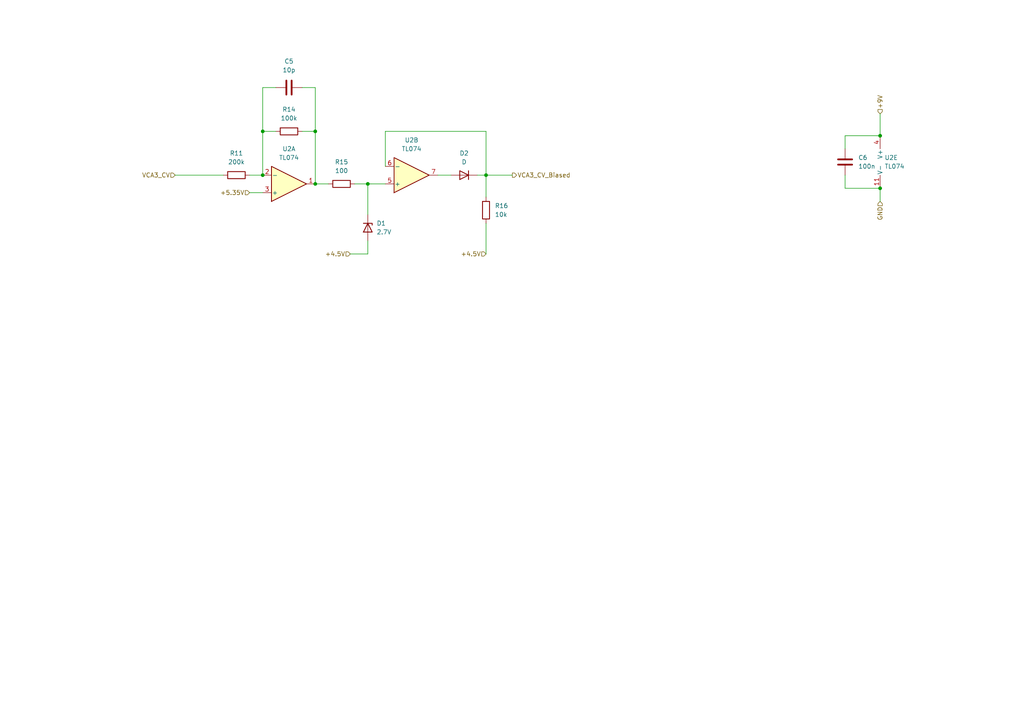
<source format=kicad_sch>
(kicad_sch (version 20211123) (generator eeschema)
  (paper "A4")
  (lib_symbols
    (symbol "Amplifier_Operational:TL074" (pin_names (offset 0.127))
      (property "Reference" "U" (at 0 5.08 0))
      (property "Value" "TL074" (at 0 -5.08 0))
      (symbol "TL074_1_1"
        (polyline (pts (xy -5.08 5.08) (xy 5.08 0) (xy -5.08 -5.08) (xy -5.08 5.08)) (stroke (width 0.254)) (fill (type background)))
        (pin output line (at 7.62 0 180) (length 2.54) (name "~") (number "1"))
        (pin input line (at -7.62 -2.54 0) (length 2.54) (name "-") (number "2"))
        (pin input line (at -7.62 2.54 0) (length 2.54) (name "+") (number "3"))
      )
      (symbol "TL074_2_1"
        (polyline (pts (xy -5.08 5.08) (xy 5.08 0) (xy -5.08 -5.08) (xy -5.08 5.08)) (stroke (width 0.254)) (fill (type background)))
        (pin input line (at -7.62 2.54 0) (length 2.54) (name "+") (number "5"))
        (pin input line (at -7.62 -2.54 0) (length 2.54) (name "-") (number "6"))
        (pin output line (at 7.62 0 180) (length 2.54) (name "~") (number "7"))
      )
      (symbol "TL074_3_1"
        (polyline (pts (xy -5.08 5.08) (xy 5.08 0) (xy -5.08 -5.08) (xy -5.08 5.08)) (stroke (width 0.254)) (fill (type background)))
        (pin input line (at -7.62 2.54 0) (length 2.54) (name "+") (number "10"))
        (pin output line (at 7.62 0 180) (length 2.54) (name "~") (number "8"))
        (pin input line (at -7.62 -2.54 0) (length 2.54) (name "-") (number "9"))
      )
      (symbol "TL074_4_1"
        (polyline (pts (xy -5.08 5.08) (xy 5.08 0) (xy -5.08 -5.08) (xy -5.08 5.08)) (stroke (width 0.254)) (fill (type background)))
        (pin input line (at -7.62 2.54 0) (length 2.54) (name "+") (number "12"))
        (pin input line (at -7.62 -2.54 0) (length 2.54) (name "-") (number "13"))
        (pin output line (at 7.62 0 180) (length 2.54) (name "~") (number "14"))
      )
      (symbol "TL074_5_1"
        (pin power_in line (at -2.54 -7.62 90) (length 3.81) (name "V-") (number "11"))
        (pin power_in line (at -2.54 7.62 270) (length 3.81) (name "V+") (number "4"))
      )
    )
    (symbol "Device:C" (pin_numbers hide) (pin_names (offset 0.254))
      (property "Reference" "C" (at 0.635 2.54 0))
      (property "Value" "C" (at 0.635 -2.54 0))
      (symbol "C_0_1"
        (polyline (pts (xy -2.032 -0.762) (xy 2.032 -0.762)) (stroke (width 0.508)))
        (polyline (pts (xy -2.032 0.762) (xy 2.032 0.762)) (stroke (width 0.508)))
      )
      (symbol "C_1_1"
        (pin passive line (at 0 3.81 270) (length 2.794) (name "~") (number "1"))
        (pin passive line (at 0 -3.81 90) (length 2.794) (name "~") (number "2"))
      )
    )
    (symbol "Device:D" (pin_numbers hide) (pin_names (offset 1.016) hide)
      (property "Reference" "D" (at 0 2.54 0))
      (property "Value" "D" (at 0 -2.54 0))
      (symbol "D_0_1"
        (polyline (pts (xy -1.27 1.27) (xy -1.27 -1.27)) (stroke (width 0.254)))
        (polyline (pts (xy 1.27 0) (xy -1.27 0)))
        (polyline (pts (xy 1.27 1.27) (xy 1.27 -1.27) (xy -1.27 0) (xy 1.27 1.27)) (stroke (width 0.254)))
      )
      (symbol "D_1_1"
        (pin passive line (at -3.81 0 0) (length 2.54) (name "K") (number "1"))
        (pin passive line (at 3.81 0 180) (length 2.54) (name "A") (number "2"))
      )
    )
    (symbol "Device:D_Zener" (pin_numbers hide) (pin_names (offset 1.016) hide)
      (property "Reference" "D" (at 0 2.54 0))
      (property "Value" "D_Zener" (at 0 -2.54 0))
      (symbol "D_Zener_0_1"
        (polyline (pts (xy 1.27 0) (xy -1.27 0)))
        (polyline (pts (xy -1.27 -1.27) (xy -1.27 1.27) (xy -0.762 1.27)) (stroke (width 0.254)))
        (polyline (pts (xy 1.27 -1.27) (xy 1.27 1.27) (xy -1.27 0) (xy 1.27 -1.27)) (stroke (width 0.254)))
      )
      (symbol "D_Zener_1_1"
        (pin passive line (at -3.81 0 0) (length 2.54) (name "K") (number "1"))
        (pin passive line (at 3.81 0 180) (length 2.54) (name "A") (number "2"))
      )
    )
    (symbol "Device:R" (pin_numbers hide) (pin_names (offset 0))
      (property "Reference" "R" (at 2.032 0 90))
      (property "Value" "R" (at 0 0 90))
      (symbol "R_0_1"
        (rectangle (start -1.016 -2.54) (end 1.016 2.54) (stroke (width 0.254)))
      )
      (symbol "R_1_1"
        (pin passive line (at 0 3.81 270) (length 1.27) (name "~") (number "1"))
        (pin passive line (at 0 -3.81 90) (length 1.27) (name "~") (number "2"))
      )
    )
  )
  (junction (at 91.44 53.34))
  (junction (at 91.44 38.1))
  (junction (at 255.27 39.37))
  (junction (at 76.2 50.8))
  (junction (at 140.97 50.8))
  (junction (at 106.68 53.34))
  (junction (at 255.27 54.61))
  (junction (at 76.2 38.1))
  (wire (pts (xy 245.11 39.37) (xy 245.11 43.18)))
  (wire (pts (xy 140.97 64.77) (xy 140.97 73.66)))
  (wire (pts (xy 138.43 50.8) (xy 140.97 50.8)))
  (wire (pts (xy 255.27 33.02) (xy 255.27 39.37)))
  (wire (pts (xy 80.01 25.4) (xy 76.2 25.4)))
  (wire (pts (xy 111.76 38.1) (xy 111.76 48.26)))
  (wire (pts (xy 127 50.8) (xy 130.81 50.8)))
  (wire (pts (xy 76.2 25.4) (xy 76.2 38.1)))
  (wire (pts (xy 87.63 38.1) (xy 91.44 38.1)))
  (wire (pts (xy 140.97 50.8) (xy 148.59 50.8)))
  (wire (pts (xy 140.97 38.1) (xy 111.76 38.1)))
  (wire (pts (xy 140.97 50.8) (xy 140.97 57.15)))
  (wire (pts (xy 106.68 53.34) (xy 111.76 53.34)))
  (wire (pts (xy 80.01 38.1) (xy 76.2 38.1)))
  (wire (pts (xy 140.97 50.8) (xy 140.97 38.1)))
  (wire (pts (xy 245.11 50.8) (xy 245.11 54.61)))
  (wire (pts (xy 91.44 53.34) (xy 95.25 53.34)))
  (wire (pts (xy 106.68 53.34) (xy 106.68 62.23)))
  (wire (pts (xy 101.6 73.66) (xy 106.68 73.66)))
  (wire (pts (xy 72.39 50.8) (xy 76.2 50.8)))
  (wire (pts (xy 91.44 25.4) (xy 91.44 38.1)))
  (wire (pts (xy 255.27 39.37) (xy 245.11 39.37)))
  (wire (pts (xy 87.63 25.4) (xy 91.44 25.4)))
  (wire (pts (xy 102.87 53.34) (xy 106.68 53.34)))
  (wire (pts (xy 255.27 54.61) (xy 255.27 58.42)))
  (wire (pts (xy 76.2 38.1) (xy 76.2 50.8)))
  (wire (pts (xy 245.11 54.61) (xy 255.27 54.61)))
  (wire (pts (xy 50.8 50.8) (xy 64.77 50.8)))
  (wire (pts (xy 91.44 38.1) (xy 91.44 53.34)))
  (wire (pts (xy 72.39 55.88) (xy 76.2 55.88)))
  (wire (pts (xy 106.68 73.66) (xy 106.68 69.85)))
  (hierarchical_label "+5.35V" (shape input) (at 72.39 55.88 180))
  (hierarchical_label "+9V" (shape input) (at 255.27 33.02 90))
  (hierarchical_label "VCA3_CV" (shape input) (at 50.8 50.8 180))
  (hierarchical_label "+4.5V" (shape input) (at 140.97 73.66 180))
  (hierarchical_label "VCA3_CV_Biased" (shape output) (at 148.59 50.8 0))
  (hierarchical_label "+4.5V" (shape input) (at 101.6 73.66 180))
  (hierarchical_label "GND" (shape input) (at 255.27 58.42 270))
  (symbol (lib_id "Device:C") (at 83.82 25.4 90) (unit 1)
    (property "Reference" "C5" (at 83.82 17.78 90))
    (property "Value" "10p" (at 83.82 20.32 90))
    (property "Footprint" "Capacitor_SMD:C_0603_1608Metric_Pad1.08x0.95mm_HandSolder" (effects hide))
    (property "LCSC" "C91367" (effects hide))
  )
  (symbol (lib_id "Amplifier_Operational:TL074") (at 257.81 46.99 0) (unit 5)
    (property "Reference" "U2" (at 256.54 45.7199 0) (effects (justify left)))
    (property "Value" "TL074" (at 256.54 48.2599 0) (effects (justify left)))
    (property "Footprint" "Package_SO:SOIC-14_3.9x8.7mm_P1.27mm" (effects hide))
    (property "Datasheet" "http://www.ti.com/lit/ds/symlink/tl071.pdf" (effects hide))
    (property "LCSC" "C6963" (effects hide))
  )
  (symbol (lib_id "Device:R") (at 99.06 53.34 90) (unit 1)
    (property "Reference" "R15" (at 99.06 46.99 90))
    (property "Value" "100" (at 99.06 49.53 90))
    (property "LCSC" "C22775" (effects hide))
  )
  (symbol (lib_id "Device:C") (at 245.11 46.99 180) (unit 1)
    (property "Reference" "C6" (at 248.92 45.7199 0) (effects (justify right)))
    (property "Value" "100n" (at 248.92 48.2599 0) (effects (justify right)))
    (property "Footprint" "Capacitor_SMD:C_0603_1608Metric_Pad1.08x0.95mm_HandSolder" (effects hide))
    (property "LCSC" "C76711" (effects hide))
  )
  (symbol (lib_id "Device:D_Zener") (at 106.68 66.04 270) (unit 1)
    (property "Reference" "D1" (at 109.22 64.7699 90) (effects (justify left)))
    (property "Value" "2.7V" (at 109.22 67.3099 90) (effects (justify left)))
    (property "Footprint" "Diode_SMD:D_SOD-523" (effects hide))
    (property "LCSC" "C131797" (effects hide))
  )
  (symbol (lib_id "Device:R") (at 140.97 60.96 180) (unit 1)
    (property "Reference" "R16" (at 143.51 59.6899 0) (effects (justify right)))
    (property "Value" "10k" (at 143.51 62.2299 0) (effects (justify right)))
    (property "LCSC" "C25804" (effects hide))
  )
  (symbol (lib_id "Amplifier_Operational:TL074") (at 83.82 53.34 0) (mirror x) (unit 1)
    (property "Reference" "U2" (at 83.82 43.18 0))
    (property "Value" "TL074" (at 83.82 45.72 0))
    (property "Footprint" "Package_SO:SOIC-14_3.9x8.7mm_P1.27mm" (effects hide))
    (property "Datasheet" "http://www.ti.com/lit/ds/symlink/tl071.pdf" (effects hide))
    (property "LCSC" "C6963" (effects hide))
  )
  (symbol (lib_id "Device:D") (at 134.62 50.8 180) (unit 1)
    (property "Reference" "D2" (at 134.62 44.45 0))
    (property "Value" "D" (at 134.62 46.99 0))
    (property "Footprint" "Diode_SMD:D_SOD-123" (effects hide))
    (property "LCSC" "C81598" (effects hide))
  )
  (symbol (lib_id "Device:R") (at 68.58 50.8 90) (unit 1)
    (property "Reference" "R11" (at 68.58 44.45 90))
    (property "Value" "200k" (at 68.58 46.99 90))
    (property "Footprint" "Resistor_SMD:R_0201_0603Metric_Pad0.64x0.40mm_HandSolder" (effects hide))
    (property "LCSC" "C25811" (effects hide))
  )
  (symbol (lib_id "Device:R") (at 83.82 38.1 90) (unit 1)
    (property "Reference" "R14" (at 83.82 31.75 90))
    (property "Value" "100k" (at 83.82 34.29 90))
    (property "Footprint" "Resistor_SMD:R_0201_0603Metric_Pad0.64x0.40mm_HandSolder" (effects hide))
    (property "LCSC" "C25803" (effects hide))
  )
  (symbol (lib_id "Amplifier_Operational:TL074") (at 119.38 50.8 0) (mirror x) (unit 2)
    (property "Reference" "U2" (at 119.38 40.64 0))
    (property "Value" "TL074" (at 119.38 43.18 0))
    (property "Footprint" "Package_SO:SOIC-14_3.9x8.7mm_P1.27mm" (effects hide))
    (property "Datasheet" "http://www.ti.com/lit/ds/symlink/tl071.pdf" (effects hide))
    (property "LCSC" "C6963" (effects hide))
  )
)
</source>
